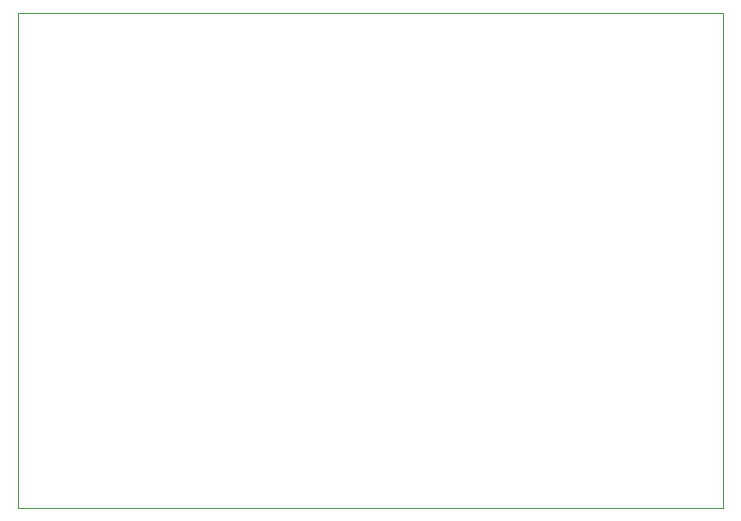
<source format=gbr>
G04 #@! TF.GenerationSoftware,KiCad,Pcbnew,(5.1.6)-1*
G04 #@! TF.CreationDate,2020-12-31T21:45:04+08:00*
G04 #@! TF.ProjectId,vs1053-waveblaster-se,76733130-3533-42d7-9761-7665626c6173,C*
G04 #@! TF.SameCoordinates,Original*
G04 #@! TF.FileFunction,Profile,NP*
%FSLAX46Y46*%
G04 Gerber Fmt 4.6, Leading zero omitted, Abs format (unit mm)*
G04 Created by KiCad (PCBNEW (5.1.6)-1) date 2020-12-31 21:45:04*
%MOMM*%
%LPD*%
G01*
G04 APERTURE LIST*
G04 #@! TA.AperFunction,Profile*
%ADD10C,0.100000*%
G04 #@! TD*
G04 APERTURE END LIST*
D10*
X175260000Y-80010000D02*
X115570000Y-80010000D01*
X175260000Y-121920000D02*
X175260000Y-80010000D01*
X115570000Y-121920000D02*
X175260000Y-121920000D01*
X115570000Y-80010000D02*
X115570000Y-121920000D01*
M02*

</source>
